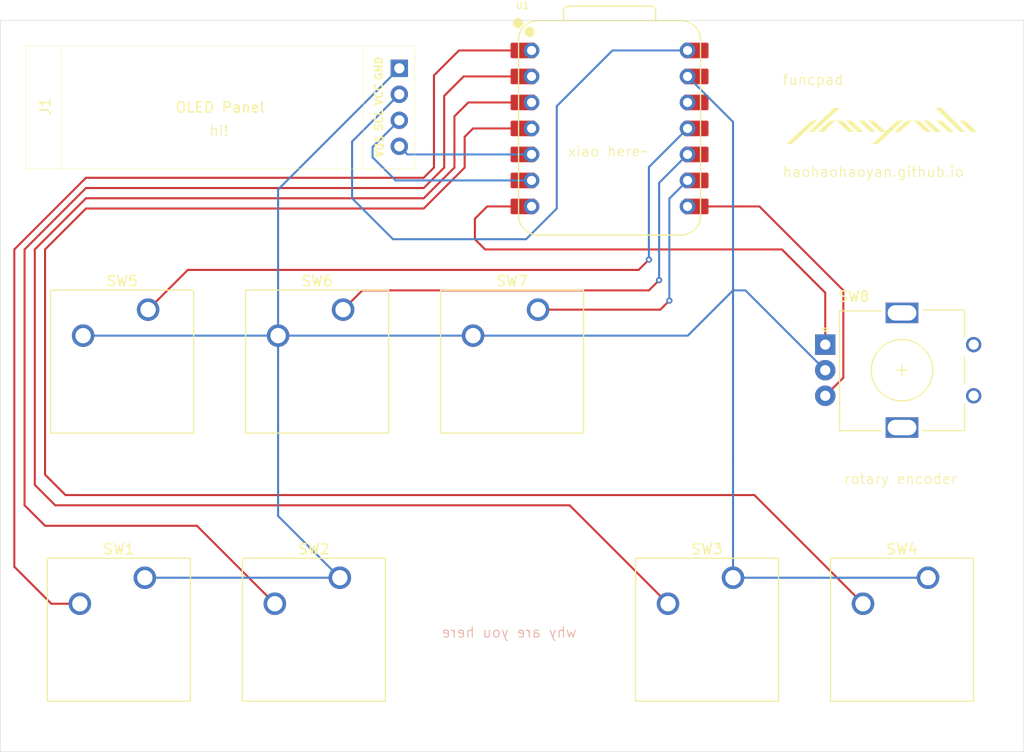
<source format=kicad_pcb>
(kicad_pcb (version 20241229) (generator "pcbnew") (generator_version "9.0")
  (layers (0 "F.Cu" signal) (2 "B.Cu" signal) (13 "F.Paste" user) (15 "B.Paste" user) (5 "F.SilkS" user "F.Silkscreen") (7 "B.SilkS" user "B.Silkscreen") (1 "F.Mask" user) (3 "B.Mask" user) (25 "Edge.Cuts" user))
  (net 0 "")
  (net 1 "Net-(U1-GPIO26{slash}ADC0{slash}A0)")
  (net 2 "GND")
  (net 3 "Net-(U1-GPIO27{slash}ADC1{slash}A1)")
  (net 4 "Net-(U1-GPIO28{slash}ADC2{slash}A2)")
  (net 5 "Net-(U1-GPIO29{slash}ADC3{slash}A3)")
  (net 6 "Net-(U1-GPIO3{slash}MOSI)")
  (net 7 "Net-(U1-GPIO4{slash}MISO)")
  (net 8 "Net-(U1-GPIO2{slash}SCK)")
  (net 9 "Net-(U1-GPIO1{slash}RX)")
  (net 10 "Net-(U1-GPIO0{slash}TX)")
  (net 12 "+5V")
  (net 13 "Net-(J1-SDA)")
  (net 14 "Net-(J1-SCL)")
  (footprint "Rotary_Encoder:RotaryEncoder_Alps_EC11E_Vertical_H20mm" (layer "F.Cu") (at 128.23125 79.3)
    (property "Reference" "SW8" (at 2.8 -4.7 0) (layer "F.SilkS"))
    (property "Value" "RotaryEncoder")
    (fp_line (start -0.3 -1.6) (end 0.3 -1.6) (stroke (width 0.12)) (layer "F.SilkS"))
    (fp_line (start 0 -1.3) (end -0.3 -1.6) (stroke (width 0.12)) (layer "F.SilkS"))
    (fp_line (start 0.3 -1.6) (end 0 -1.3) (stroke (width 0.12)) (layer "F.SilkS"))
    (fp_line (start 1.4 -3.3) (end 1.4 8.4) (stroke (width 0.12)) (layer "F.SilkS"))
    (fp_line (start 5.5 -3.3) (end 1.4 -3.3) (stroke (width 0.12)) (layer "F.SilkS"))
    (fp_line (start 5.5 8.4) (end 1.4 8.4) (stroke (width 0.12)) (layer "F.SilkS"))
    (fp_line (start 7 2.5) (end 8 2.5) (stroke (width 0.12)) (layer "F.SilkS"))
    (fp_line (start 7.5 2) (end 7.5 3) (stroke (width 0.12)) (layer "F.SilkS"))
    (fp_line (start 9.5 -3.4) (end 13.6 -3.4) (stroke (width 0.12)) (layer "F.SilkS"))
    (fp_line (start 13.6 -3.4) (end 13.6 -0.8) (stroke (width 0.12)) (layer "F.SilkS"))
    (fp_line (start 13.6 1.2) (end 13.6 3.8) (stroke (width 0.12)) (layer "F.SilkS"))
    (fp_line (start 13.6 5.8) (end 13.6 8.4) (stroke (width 0.12)) (layer "F.SilkS"))
    (fp_line (start 13.6 8.4) (end 9.5 8.4) (stroke (width 0.12)) (layer "F.SilkS"))
    (fp_circle (center 7.5 2.5) (end 10.5 2.5) (stroke (width 0.12)) (fill no) (layer "F.SilkS"))
    (pad "" thru_hole circle (at 14.5 0) (size 1.5 1.5) (drill 1) (layers "*.Cu" "*.Mask"))
    (pad "" thru_hole circle (at 14.5 5) (size 1.5 1.5) (drill 1) (layers "*.Cu" "*.Mask"))
    (pad "A" thru_hole rect (at 0 0) (size 2 2) (drill 1) (layers "*.Cu" "*.Mask") (net 10 "Net-(U1-GPIO0{slash}TX)"))
    (pad "B" thru_hole circle (at 0 5) (size 2 2) (drill 1) (layers "*.Cu" "*.Mask") (net 9 "Net-(U1-GPIO1{slash}RX)"))
    (pad "C" thru_hole circle (at 0 2.5) (size 2 2) (drill 1) (layers "*.Cu" "*.Mask") (net 2 "GND"))
    (pad "MP" thru_hole rect (at 7.5 -3.1) (size 3.2 2) (drill oval 2.8 1.5) (layers "*.Cu" "*.Mask"))
    (pad "MP" thru_hole rect (at 7.5 8.1) (size 3.2 2) (drill oval 2.8 1.5) (layers "*.Cu" "*.Mask"))
  )
  (footprint "Button_Switch_Keyboard:SW_Cherry_MX_1.00u_PCB" (layer "F.Cu") (at 80.80375 102.07625)
    (property "Reference" "SW2" (at -2.54 -2.794 0) (layer "F.SilkS"))
    (property "Value" "SW_Push")
    (fp_line (start -9.525 -1.905) (end 4.445 -1.905) (stroke (width 0.12)) (layer "F.SilkS"))
    (fp_line (start -9.525 12.065) (end -9.525 -1.905) (stroke (width 0.12)) (layer "F.SilkS"))
    (fp_line (start 4.445 -1.905) (end 4.445 12.065) (stroke (width 0.12)) (layer "F.SilkS"))
    (fp_line (start 4.445 12.065) (end -9.525 12.065) (stroke (width 0.12)) (layer "F.SilkS"))
    (pad "" np_thru_hole circle (at -7.62 5.08) (size 1.7 1.7) (drill 1.7) (layers "*.Cu" "*.Mask"))
    (pad "" np_thru_hole circle (at -2.54 5.08) (size 4 4) (drill 4) (layers "*.Cu" "*.Mask"))
    (pad "" np_thru_hole circle (at 2.54 5.08) (size 1.7 1.7) (drill 1.7) (layers "*.Cu" "*.Mask"))
    (pad "1" thru_hole circle (at 0 0) (size 2.2 2.2) (drill 1.5) (layers "*.Cu" "*.Mask") (net 2 "GND"))
    (pad "2" thru_hole circle (at -6.35 2.54) (size 2.2 2.2) (drill 1.5) (layers "*.Cu" "*.Mask") (net 3 "Net-(U1-GPIO27{slash}ADC1{slash}A1)"))
  )
  (footprint "Button_Switch_Keyboard:SW_Cherry_MX_1.00u_PCB" (layer "F.Cu") (at 62.07125 75.8825)
    (property "Reference" "SW5" (at -2.54 -2.794 0) (layer "F.SilkS"))
    (property "Value" "SW_Push")
    (fp_line (start -9.525 -1.905) (end 4.445 -1.905) (stroke (width 0.12)) (layer "F.SilkS"))
    (fp_line (start -9.525 12.065) (end -9.525 -1.905) (stroke (width 0.12)) (layer "F.SilkS"))
    (fp_line (start 4.445 -1.905) (end 4.445 12.065) (stroke (width 0.12)) (layer "F.SilkS"))
    (fp_line (start 4.445 12.065) (end -9.525 12.065) (stroke (width 0.12)) (layer "F.SilkS"))
    (pad "" np_thru_hole circle (at -7.62 5.08) (size 1.7 1.7) (drill 1.7) (layers "*.Cu" "*.Mask"))
    (pad "" np_thru_hole circle (at -2.54 5.08) (size 4 4) (drill 4) (layers "*.Cu" "*.Mask"))
    (pad "" np_thru_hole circle (at 2.54 5.08) (size 1.7 1.7) (drill 1.7) (layers "*.Cu" "*.Mask"))
    (pad "1" thru_hole circle (at 0 0) (size 2.2 2.2) (drill 1.5) (layers "*.Cu" "*.Mask") (net 6 "Net-(U1-GPIO3{slash}MOSI)"))
    (pad "2" thru_hole circle (at -6.35 2.54) (size 2.2 2.2) (drill 1.5) (layers "*.Cu" "*.Mask") (net 2 "GND"))
  )
  (footprint "Button_Switch_Keyboard:SW_Cherry_MX_1.00u_PCB" (layer "F.Cu") (at 61.75375 102.07625)
    (property "Reference" "SW1" (at -2.54 -2.794 0) (layer "F.SilkS"))
    (property "Value" "SW_Push")
    (fp_line (start -9.525 -1.905) (end 4.445 -1.905) (stroke (width 0.12)) (layer "F.SilkS"))
    (fp_line (start -9.525 12.065) (end -9.525 -1.905) (stroke (width 0.12)) (layer "F.SilkS"))
    (fp_line (start 4.445 -1.905) (end 4.445 12.065) (stroke (width 0.12)) (layer "F.SilkS"))
    (fp_line (start 4.445 12.065) (end -9.525 12.065) (stroke (width 0.12)) (layer "F.SilkS"))
    (pad "" np_thru_hole circle (at -7.62 5.08) (size 1.7 1.7) (drill 1.7) (layers "*.Cu" "*.Mask"))
    (pad "" np_thru_hole circle (at -2.54 5.08) (size 4 4) (drill 4) (layers "*.Cu" "*.Mask"))
    (pad "" np_thru_hole circle (at 2.54 5.08) (size 1.7 1.7) (drill 1.7) (layers "*.Cu" "*.Mask"))
    (pad "1" thru_hole circle (at 0 0) (size 2.2 2.2) (drill 1.5) (layers "*.Cu" "*.Mask") (net 2 "GND"))
    (pad "2" thru_hole circle (at -6.35 2.54) (size 2.2 2.2) (drill 1.5) (layers "*.Cu" "*.Mask") (net 1 "Net-(U1-GPIO26{slash}ADC0{slash}A0)"))
  )
  (footprint "Button_Switch_Keyboard:SW_Cherry_MX_1.00u_PCB" (layer "F.Cu") (at 119.22125 102.07625)
    (property "Reference" "SW3" (at -2.54 -2.794 0) (layer "F.SilkS"))
    (property "Value" "SW_Push")
    (fp_line (start -9.525 -1.905) (end 4.445 -1.905) (stroke (width 0.12)) (layer "F.SilkS"))
    (fp_line (start -9.525 12.065) (end -9.525 -1.905) (stroke (width 0.12)) (layer "F.SilkS"))
    (fp_line (start 4.445 -1.905) (end 4.445 12.065) (stroke (width 0.12)) (layer "F.SilkS"))
    (fp_line (start 4.445 12.065) (end -9.525 12.065) (stroke (width 0.12)) (layer "F.SilkS"))
    (pad "" np_thru_hole circle (at -7.62 5.08) (size 1.7 1.7) (drill 1.7) (layers "*.Cu" "*.Mask"))
    (pad "" np_thru_hole circle (at -2.54 5.08) (size 4 4) (drill 4) (layers "*.Cu" "*.Mask"))
    (pad "" np_thru_hole circle (at 2.54 5.08) (size 1.7 1.7) (drill 1.7) (layers "*.Cu" "*.Mask"))
    (pad "1" thru_hole circle (at 0 0) (size 2.2 2.2) (drill 1.5) (layers "*.Cu" "*.Mask") (net 2 "GND"))
    (pad "2" thru_hole circle (at -6.35 2.54) (size 2.2 2.2) (drill 1.5) (layers "*.Cu" "*.Mask") (net 4 "Net-(U1-GPIO28{slash}ADC2{slash}A2)"))
  )
  (footprint "Button_Switch_Keyboard:SW_Cherry_MX_1.00u_PCB" (layer "F.Cu") (at 100.17125 75.8825)
    (property "Reference" "SW7" (at -2.54 -2.794 0) (layer "F.SilkS"))
    (property "Value" "SW_Push")
    (fp_line (start -9.525 -1.905) (end 4.445 -1.905) (stroke (width 0.12)) (layer "F.SilkS"))
    (fp_line (start -9.525 12.065) (end -9.525 -1.905) (stroke (width 0.12)) (layer "F.SilkS"))
    (fp_line (start 4.445 -1.905) (end 4.445 12.065) (stroke (width 0.12)) (layer "F.SilkS"))
    (fp_line (start 4.445 12.065) (end -9.525 12.065) (stroke (width 0.12)) (layer "F.SilkS"))
    (pad "" np_thru_hole circle (at -7.62 5.08) (size 1.7 1.7) (drill 1.7) (layers "*.Cu" "*.Mask"))
    (pad "" np_thru_hole circle (at -2.54 5.08) (size 4 4) (drill 4) (layers "*.Cu" "*.Mask"))
    (pad "" np_thru_hole circle (at 2.54 5.08) (size 1.7 1.7) (drill 1.7) (layers "*.Cu" "*.Mask"))
    (pad "1" thru_hole circle (at 0 0) (size 2.2 2.2) (drill 1.5) (layers "*.Cu" "*.Mask") (net 8 "Net-(U1-GPIO2{slash}SCK)"))
    (pad "2" thru_hole circle (at -6.35 2.54) (size 2.2 2.2) (drill 1.5) (layers "*.Cu" "*.Mask") (net 2 "GND"))
  )
  (footprint "Button_Switch_Keyboard:SW_Cherry_MX_1.00u_PCB" (layer "F.Cu") (at 81.12125 75.8825)
    (property "Reference" "SW6" (at -2.54 -2.794 0) (layer "F.SilkS"))
    (property "Value" "SW_Push")
    (fp_line (start -9.525 -1.905) (end 4.445 -1.905) (stroke (width 0.12)) (layer "F.SilkS"))
    (fp_line (start -9.525 12.065) (end -9.525 -1.905) (stroke (width 0.12)) (layer "F.SilkS"))
    (fp_line (start 4.445 -1.905) (end 4.445 12.065) (stroke (width 0.12)) (layer "F.SilkS"))
    (fp_line (start 4.445 12.065) (end -9.525 12.065) (stroke (width 0.12)) (layer "F.SilkS"))
    (pad "" np_thru_hole circle (at -7.62 5.08) (size 1.7 1.7) (drill 1.7) (layers "*.Cu" "*.Mask"))
    (pad "" np_thru_hole circle (at -2.54 5.08) (size 4 4) (drill 4) (layers "*.Cu" "*.Mask"))
    (pad "" np_thru_hole circle (at 2.54 5.08) (size 1.7 1.7) (drill 1.7) (layers "*.Cu" "*.Mask"))
    (pad "1" thru_hole circle (at 0 0) (size 2.2 2.2) (drill 1.5) (layers "*.Cu" "*.Mask") (net 7 "Net-(U1-GPIO4{slash}MISO)"))
    (pad "2" thru_hole circle (at -6.35 2.54) (size 2.2 2.2) (drill 1.5) (layers "*.Cu" "*.Mask") (net 2 "GND"))
  )
  (footprint "Seeed Studio XIAO Series Library:XIAO-RP2040-DIP" (layer "F.Cu") (at 107.15625 58.178)
    (property "Reference" "U1" (at -8.5 -12 0) (layer "F.SilkS") (effects (font (size 0.635 0.635) (thickness 0.1016))))
    (property "Value" "XIAO-RP2040-DIP")
    (fp_line (start -8.89 8.509) (end -8.89 -8.636) (stroke (width 0.127)) (layer "F.SilkS"))
    (fp_line (start -6.985 10.414) (end 6.985 10.414) (stroke (width 0.127)) (layer "F.SilkS"))
    (fp_line (start -4.495 -10.541) (end -4.491272 -11.451272) (stroke (width 0.127)) (layer "F.SilkS"))
    (fp_line (start -3.991272 -11.951) (end 4.004 -11.951) (stroke (width 0.127)) (layer "F.SilkS"))
    (fp_line (start 4.504 -11.451) (end 4.504 -10.541) (stroke (width 0.127)) (layer "F.SilkS"))
    (fp_line (start 6.985 -10.541) (end -6.985 -10.541) (stroke (width 0.1)) (layer "F.SilkS"))
    (fp_line (start 6.985 -10.541) (end -6.985 -10.541) (stroke (width 0.127)) (layer "F.SilkS"))
    (fp_line (start 8.89 8.509) (end 8.89 -8.636) (stroke (width 0.127)) (layer "F.SilkS"))
    (fp_arc (start -8.89 -8.636) (mid -8.332038 -9.983038) (end -6.985 -10.541) (stroke (width 0.127)) (layer "F.SilkS"))
    (fp_arc (start -6.985 10.414) (mid -8.332038 9.856038) (end -8.89 8.509) (stroke (width 0.127)) (layer "F.SilkS"))
    (fp_arc (start -4.491272 -11.451272) (mid -4.344728 -11.80464) (end -3.991272 -11.951) (stroke (width 0.127)) (layer "F.SilkS"))
    (fp_arc (start 4.004 -11.951) (mid 4.357553 -11.804553) (end 4.504 -11.451) (stroke (width 0.127)) (layer "F.SilkS"))
    (fp_arc (start 6.985 -10.541) (mid 8.332038 -9.983038) (end 8.89 -8.636) (stroke (width 0.127)) (layer "F.SilkS"))
    (fp_arc (start 8.89 8.509) (mid 8.332038 9.856038) (end 6.985 10.414) (stroke (width 0.127)) (layer "F.SilkS"))
    (fp_circle (center -8.95 -10.3) (end -8.95 -10.554) (stroke (width 0.5)) (fill yes) (layer "F.SilkS"))
    (fp_circle (center -7.807 -9.42) (end -7.807 -9.674) (stroke (width 0.5)) (fill yes) (layer "F.SilkS"))
    (pad "1" smd roundrect (at -8.455 -7.62 180) (size 2.432 1.524) (layers "F.Cu" "F.Mask") (roundrect_rratio 0.1) (net 1 "Net-(U1-GPIO26{slash}ADC0{slash}A0)"))
    (pad "1" thru_hole circle (at -7.62 -7.62 180) (size 1.524 1.524) (drill 0.889) (layers "*.Cu" "*.Mask") (net 1 "Net-(U1-GPIO26{slash}ADC0{slash}A0)"))
    (pad "2" smd roundrect (at -8.455 -5.08 180) (size 2.432 1.524) (layers "F.Cu" "F.Mask") (roundrect_rratio 0.1) (net 3 "Net-(U1-GPIO27{slash}ADC1{slash}A1)"))
    (pad "2" thru_hole circle (at -7.62 -5.08 180) (size 1.524 1.524) (drill 0.889) (layers "*.Cu" "*.Mask") (net 3 "Net-(U1-GPIO27{slash}ADC1{slash}A1)"))
    (pad "3" smd roundrect (at -8.455 -2.54 180) (size 2.432 1.524) (layers "F.Cu" "F.Mask") (roundrect_rratio 0.1) (net 4 "Net-(U1-GPIO28{slash}ADC2{slash}A2)"))
    (pad "3" thru_hole circle (at -7.62 -2.54 180) (size 1.524 1.524) (drill 0.889) (layers "*.Cu" "*.Mask") (net 4 "Net-(U1-GPIO28{slash}ADC2{slash}A2)"))
    (pad "4" smd roundrect (at -8.455 0 180) (size 2.432 1.524) (layers "F.Cu" "F.Mask") (roundrect_rratio 0.1) (net 5 "Net-(U1-GPIO29{slash}ADC3{slash}A3)"))
    (pad "4" thru_hole circle (at -7.62 0 180) (size 1.524 1.524) (drill 0.889) (layers "*.Cu" "*.Mask") (net 5 "Net-(U1-GPIO29{slash}ADC3{slash}A3)"))
    (pad "5" smd roundrect (at -8.455 2.54 180) (size 2.432 1.524) (layers "F.Cu" "F.Mask") (roundrect_rratio 0.1) (net 13 "Net-(J1-SDA)"))
    (pad "5" thru_hole circle (at -7.62 2.54 180) (size 1.524 1.524) (drill 0.889) (layers "*.Cu" "*.Mask") (net 13 "Net-(J1-SDA)"))
    (pad "6" smd roundrect (at -8.455 5.08 180) (size 2.432 1.524) (layers "F.Cu" "F.Mask") (roundrect_rratio 0.1) (net 14 "Net-(J1-SCL)"))
    (pad "6" thru_hole circle (at -7.62 5.08 180) (size 1.524 1.524) (drill 0.889) (layers "*.Cu" "*.Mask") (net 14 "Net-(J1-SCL)"))
    (pad "7" smd roundrect (at -8.455 7.62 180) (size 2.432 1.524) (layers "F.Cu" "F.Mask") (roundrect_rratio 0.1) (net 10 "Net-(U1-GPIO0{slash}TX)"))
    (pad "7" thru_hole circle (at -7.62 7.62 180) (size 1.524 1.524) (drill 0.889) (layers "*.Cu" "*.Mask") (net 10 "Net-(U1-GPIO0{slash}TX)"))
    (pad "8" thru_hole circle (at 7.62 7.62) (size 1.524 1.524) (drill 0.889) (layers "*.Cu" "*.Mask") (net 9 "Net-(U1-GPIO1{slash}RX)"))
    (pad "8" smd roundrect (at 8.455 7.62) (size 2.432 1.524) (layers "F.Cu" "F.Mask") (roundrect_rratio 0.1) (net 9 "Net-(U1-GPIO1{slash}RX)"))
    (pad "9" thru_hole circle (at 7.62 5.08) (size 1.524 1.524) (drill 0.889) (layers "*.Cu" "*.Mask") (net 8 "Net-(U1-GPIO2{slash}SCK)"))
    (pad "9" smd roundrect (at 8.455 5.08) (size 2.432 1.524) (layers "F.Cu" "F.Mask") (roundrect_rratio 0.1) (net 8 "Net-(U1-GPIO2{slash}SCK)"))
    (pad "10" thru_hole circle (at 7.62 2.54) (size 1.524 1.524) (drill 0.889) (layers "*.Cu" "*.Mask") (net 7 "Net-(U1-GPIO4{slash}MISO)"))
    (pad "10" smd roundrect (at 8.455 2.54) (size 2.432 1.524) (layers "F.Cu" "F.Mask") (roundrect_rratio 0.1) (net 7 "Net-(U1-GPIO4{slash}MISO)"))
    (pad "11" thru_hole circle (at 7.62 0) (size 1.524 1.524) (drill 0.889) (layers "*.Cu" "*.Mask") (net 6 "Net-(U1-GPIO3{slash}MOSI)"))
    (pad "11" smd roundrect (at 8.455 0) (size 2.432 1.524) (layers "F.Cu" "F.Mask") (roundrect_rratio 0.1) (net 6 "Net-(U1-GPIO3{slash}MOSI)"))
    (pad "12" thru_hole circle (at 7.62 -2.54) (size 1.524 1.524) (drill 0.889) (layers "*.Cu" "*.Mask"))
    (pad "12" smd roundrect (at 8.455 -2.54) (size 2.432 1.524) (layers "F.Cu" "F.Mask") (roundrect_rratio 0.1))
    (pad "13" thru_hole circle (at 7.62 -5.08) (size 1.524 1.524) (drill 0.889) (layers "*.Cu" "*.Mask") (net 2 "GND"))
    (pad "13" smd roundrect (at 8.455 -5.08) (size 2.432 1.524) (layers "F.Cu" "F.Mask") (roundrect_rratio 0.1) (net 2 "GND"))
    (pad "14" thru_hole circle (at 7.62 -7.62) (size 1.524 1.524) (drill 0.889) (layers "*.Cu" "*.Mask") (net 12 "+5V"))
    (pad "14" smd roundrect (at 8.455 -7.62) (size 2.432 1.524) (layers "F.Cu" "F.Mask") (roundrect_rratio 0.1) (net 12 "+5V"))
  )
  (footprint "LOGO" (layer "F.Cu") (at 134 58)
    (property "Reference" "G***" (hide yes))
    (property "Value" "LOGO" (hide yes))
    (fp_poly (pts (xy 6.74965 -0.654983) (xy 7.926241 0.521765) (xy 7.648706 0.521765) (xy 7.371171 0.521765) (xy 6.19458 -0.654983) (xy 5.017989 -1.831732) (xy 5.295524 -1.831732) (xy 5.573059 -1.831732)) (fill yes) (layer "F.SilkS"))
    (fp_poly (pts (xy 8.385613 -0.128341) (xy 8.513863 -0.007593) (xy 8.6366 0.107743) (xy 8.748723 0.212888) (xy 8.845128 0.303064) (xy 8.920712 0.373493) (xy 8.970371 0.419396) (xy 8.978059 0.426408) (xy 9.080944 0.519775) (xy 8.792307 0.519475) (xy 8.503671 0.519176) (xy 7.92108 -0.029049) (xy 7.338489 -0.577274) (xy 7.617271 -0.583499) (xy 7.896053 -0.589724)) (fill yes) (layer "F.SilkS"))
    (fp_poly (pts (xy -5.02259 -0.583495) (xy -4.747797 -0.577274) (xy -5.332266 -0.027754) (xy -5.916735 0.521765) (xy -6.199183 0.521765) (xy -6.315736 0.521124) (xy -6.39358 0.51875) (xy -6.438398 0.513963) (xy -6.455876 0.506085) (xy -6.451697 0.494437) (xy -6.44912 0.491921) (xy -6.425704 0.470082) (xy -6.373906 0.421558) (xy -6.2977 0.350077) (xy -6.201059 0.259369) (xy -6.087955 0.153162) (xy -5.962361 0.035185) (xy -5.856996 -0.06382) (xy -5.297383 -0.589717)) (fill yes) (layer "F.SilkS"))
    (fp_poly (pts (xy -4.621971 -1.826845) (xy -4.347932 -1.82063) (xy -5.589784 -0.654983) (xy -6.831636 0.510663) (xy -7.095932 0.516898) (xy -7.201593 0.517788) (xy -7.286108 0.51538) (xy -7.341591 0.510092) (xy -7.360228 0.502842) (xy -7.344433 0.484761) (xy -7.298708 0.438714) (xy -7.225542 0.367082) (xy -7.127425 0.272245) (xy -7.006845 0.156582) (xy -6.866291 0.022474) (xy -6.708254 -0.127699) (xy -6.535221 -0.291558) (xy -6.349682 -0.466721) (xy -6.154127 -0.65081) (xy -6.128119 -0.675254) (xy -4.89601 -1.833061)) (fill yes) (layer "F.SilkS"))
    (fp_poly (pts (xy -3.522024 -0.042892) (xy -3.388535 0.082878) (xy -3.265875 0.198942) (xy -3.157668 0.301831) (xy -3.067542 0.388076) (xy -2.999123 0.454207) (xy -2.956036 0.496756) (xy -2.941871 0.512178) (xy -2.96266 0.515839) (xy -3.019373 0.518855) (xy -3.103531 0.520928) (xy -3.206655 0.521761) (xy -3.214679 0.521765) (xy -3.487487 0.521765) (xy -3.964023 0.076114) (xy -4.091588 -0.043385) (xy -4.214146 -0.158567) (xy -4.32634 -0.264372) (xy -4.422815 -0.355736) (xy -4.498216 -0.427598) (xy -4.547185 -0.474896) (xy -4.551309 -0.478956) (xy -4.662059 -0.588375) (xy -4.382118 -0.588375) (xy -4.102178 -0.588375)) (fill yes) (layer "F.SilkS"))
    (fp_poly (pts (xy -2.636059 -0.052023) (xy -2.502626 0.073239) (xy -2.379068 0.189175) (xy -2.269213 0.292195) (xy -2.176889 0.378712) (xy -2.105925 0.445139) (xy -2.060149 0.487887) (xy -2.043768 0.503047) (xy -2.056467 0.509933) (xy -2.106096 0.515599) (xy -2.185187 0.519535) (xy -2.286269 0.521229) (xy -2.310201 0.521252) (xy -2.597728 0.520738) (xy -3.119493 0.031395) (xy -3.249618 -0.09074) (xy -3.372064 -0.205851) (xy -3.482334 -0.309695) (xy -3.57593 -0.39803) (xy -3.648354 -0.466613) (xy -3.695109 -0.511203) (xy -3.707441 -0.523161) (xy -3.773622 -0.588375) (xy -3.49044 -0.588375) (xy -3.207258 -0.588375)) (fill yes) (layer "F.SilkS"))
    (fp_poly (pts (xy 2.652729 -0.534176) (xy 2.623476 -0.506093) (xy 2.566148 -0.451709) (xy 2.485063 -0.375098) (xy 2.38454 -0.280331) (xy 2.268898 -0.171482) (xy 2.142455 -0.052623) (xy 2.06486 0.020245) (xy 1.531993 0.520467) (xy 1.307133 0.521116) (xy 1.191481 0.519378) (xy 1.114352 0.512926) (xy 1.070048 0.501088) (xy 1.057271 0.49164) (xy 1.056418 0.477617) (xy 1.070833 0.452129) (xy 1.103104 0.412494) (xy 1.155819 0.356026) (xy 1.231567 0.28004) (xy 1.332937 0.181854) (xy 1.462518 0.058782) (xy 1.592537 -0.06343) (xy 2.152803 -0.588375) (xy 2.430267 -0.588375) (xy 2.707732 -0.588375)) (fill yes) (layer "F.SilkS"))
    (fp_poly (pts (xy 3.155836 -0.587527) (xy 3.441433 -0.58668) (xy 3.996503 -0.064692) (xy 4.128618 0.059596) (xy 4.251376 0.175171) (xy 4.360782 0.278266) (xy 4.452845 0.365116) (xy 4.523572 0.431954) (xy 4.56897 0.475016) (xy 4.584084 0.48953) (xy 4.592645 0.502716) (xy 4.583085 0.511712) (xy 4.549499 0.517237) (xy 4.485981 0.520011) (xy 4.386626 0.520751) (xy 4.328752 0.520612) (xy 4.040909 0.51946) (xy 3.663461 0.16124) (xy 3.540679 0.044786) (xy 3.414239 -0.075007) (xy 3.292535 -0.190195) (xy 3.183961 -0.292835) (xy 3.096911 -0.374984) (xy 3.078126 -0.392678) (xy 2.870239 -0.588375)) (fill yes) (layer "F.SilkS"))
    (fp_poly (pts (xy 4.829932 -0.142724) (xy 4.957496 -0.023226) (xy 5.080054 0.091957) (xy 5.192248 0.197761) (xy 5.288724 0.289126) (xy 5.364124 0.360988) (xy 5.413093 0.408286) (xy 5.417218 0.412346) (xy 5.527968 0.521765) (xy 5.248027 0.521765) (xy 4.968086 0.521765) (xy 4.387933 -0.023719) (xy 4.254444 -0.149488) (xy 4.131783 -0.265552) (xy 4.023577 -0.368441) (xy 3.933451 -0.454686) (xy 3.865032 -0.520817) (xy 3.821945 -0.563366) (xy 3.807779 -0.578788) (xy 3.828568 -0.582449) (xy 3.885282 -0.585465) (xy 3.96944 -0.587538) (xy 4.072563 -0.588371) (xy 4.080587 -0.588375) (xy 4.353395 -0.588375)) (fill yes) (layer "F.SilkS"))
    (fp_poly (pts (xy 6.203914 -0.043112) (xy 6.337228 0.082689) (xy 6.459718 0.198785) (xy 6.567759 0.301701) (xy 6.657724 0.387959) (xy 6.725988 0.454086) (xy 6.768925 0.496604) (xy 6.782954 0.511958) (xy 6.762167 0.515708) (xy 6.705468 0.518796) (xy 6.621348 0.520915) (xy 6.5183 0.521761) (xy 6.51092 0.521765) (xy 6.238885 0.521765) (xy 5.750474 0.065007) (xy 5.62221 -0.055117) (xy 5.499682 -0.170189) (xy 5.388006 -0.275382) (xy 5.292297 -0.365867) (xy 5.217672 -0.436814) (xy 5.169245 -0.483395) (xy 5.162442 -0.490063) (xy 5.062822 -0.588375) (xy 5.343848 -0.588375) (xy 5.624875 -0.588375)) (fill yes) (layer "F.SilkS"))
    (fp_poly (pts (xy -1.391255 -0.042704) (xy -1.257659 0.083053) (xy -1.134894 0.199101) (xy -1.026586 0.301975) (xy -0.93636 0.38821) (xy -0.867842 0.454342) (xy -0.824659 0.496906) (xy -0.810402 0.512366) (xy -0.831193 0.51595) (xy -0.887921 0.518904) (xy -0.97212 0.520938) (xy -1.07532 0.52176) (xy -1.084021 0.521765) (xy -1.357639 0.521765) (xy -1.938828 -0.024013) (xy -2.072475 -0.149765) (xy -2.195289 -0.265807) (xy -2.303646 -0.368674) (xy -2.39392 -0.454905) (xy -2.462485 -0.521036) (xy -2.505716 -0.563605) (xy -2.520018 -0.579083) (xy -2.499226 -0.582624) (xy -2.442492 -0.585544) (xy -2.358277 -0.587555) (xy -2.255044 -0.58837) (xy -2.246063 -0.588375) (xy -1.972108 -0.588375)) (fill yes) (layer "F.SilkS"))
    (fp_poly (pts (xy -6.672233 -0.491261) (xy -6.705165 -0.459754) (xy -6.767566 -0.400645) (xy -6.856501 -0.316693) (xy -6.969038 -0.21066) (xy -7.102242 -0.085307) (xy -7.253178 0.056608) (xy -7.418914 0.212323) (xy -7.596514 0.379078) (xy -7.783045 0.554112) (xy -7.887605 0.652183) (xy -9.003357 1.698513) (xy -9.27158 1.698513) (xy -9.373943 1.697062) (xy -9.457043 1.693105) (xy -9.512641 1.687238) (xy -9.532497 1.680057) (xy -9.532401 1.679666) (xy -9.515393 1.66178) (xy -9.468511 1.61596) (xy -9.3943 1.544619) (xy -9.295304 1.450169) (xy -9.174067 1.335023) (xy -9.033135 1.201594) (xy -8.875051 1.052294) (xy -8.702361 0.889536) (xy -8.517608 0.715732) (xy -8.326457 0.536222) (xy -7.127913 -0.588375) (xy -6.850263 -0.588375) (xy -6.572613 -0.588375)) (fill yes) (layer "F.SilkS"))
    (fp_poly (pts (xy 1.654134 -0.587788) (xy 1.731397 -0.585537) (xy 1.775985 -0.580884) (xy 1.793759 -0.573093) (xy 1.790578 -0.561427) (xy 1.786532 -0.557174) (xy 1.76536 -0.537206) (xy 1.714419 -0.489334) (xy 1.636337 -0.416022) (xy 1.533741 -0.319735) (xy 1.409259 -0.202939) (xy 1.265518 -0.068098) (xy 1.105146 0.082323) (xy 0.930769 0.245857) (xy 0.745017 0.420042) (xy 0.567731 0.58627) (xy -0.61856 1.698513) (xy -0.897654 1.697998) (xy -1.176749 1.697484) (xy -1.076836 1.603435) (xy -1.035875 1.564908) (xy -0.967416 1.500551) (xy -0.876325 1.414937) (xy -0.767469 1.312639) (xy -0.645714 1.198231) (xy -0.515926 1.076287) (xy -0.457213 1.021126) (xy 0.062497 0.532866) (xy -0.180892 0.521765) (xy -0.424281 0.510663) (xy -1.00034 -0.031597) (xy -1.13365 -0.157046) (xy -1.256569 -0.272642) (xy -1.365396 -0.374909) (xy -1.456427 -0.46037) (xy -1.52596 -0.525549) (xy -1.570294 -0.566971) (xy -1.58565 -0.581116) (xy -1.56841 -0.583766) (xy -1.514684 -0.585876) (xy -1.432391 -0.587257) (xy -1.329449 -0.587722) (xy -1.308115 -0.587691) (xy -1.021329 -0.587007) (xy -0.654983 -0.242378) (xy -0.533495 -0.12823) (xy -0.408247 -0.010792) (xy -0.287872 0.101857) (xy -0.181002 0.201642) (xy -0.096271 0.280484) (xy -0.084143 0.29173) (xy 0.12035 0.481207) (xy 0.688989 -0.053584) (xy 1.257628 -0.588375) (xy 1.538336 -0.588375)) (fill yes) (layer "F.SilkS"))
  )
  (footprint "KiCad-SSD1306-0.91-OLED-4pin-128x32:SSD1306-0.91-OLED-4pin-128x32" (layer "F.Cu") (at 50.115 50.115)
    (property "Reference" "J1" (at 1.9 5.91 90) (layer "F.SilkS"))
    (property "Value" "Conn_01x04" (hide yes))
    (fp_line (start 0 0) (end 0 12) (stroke (width 0.04)) (layer "F.SilkS"))
    (fp_line (start 0 12) (end 38 12) (stroke (width 0.04)) (layer "F.SilkS"))
    (fp_line (start 3.5 0) (end 3.5 12) (stroke (width 0.04)) (layer "F.SilkS"))
    (fp_line (start 33 0) (end 33 12) (stroke (width 0.04)) (layer "F.SilkS"))
    (fp_line (start 38 0) (end 0 0) (stroke (width 0.04)) (layer "F.SilkS"))
    (fp_line (start 38 12) (end 38 0) (stroke (width 0.04)) (layer "F.SilkS"))
    (fp_text user "GND" (at 34.5 2.19 270) (layer "F.SilkS") (effects (font (size 0.75 0.75))))
    (fp_text user "OLED Panel" (at 19 6 0) (layer "F.SilkS"))
    (fp_text user "SCL" (at 34.5 7.27 270) (layer "F.SilkS") (effects (font (size 0.75 0.75))))
    (fp_text user "VCC" (at 34.5 4.73 270) (layer "F.SilkS") (effects (font (size 0.75 0.75))))
    (pad "1" thru_hole rect (at 36.5 2.19) (size 1.7 1.7) (drill 1) (layers "*.Cu" "*.Mask") (net 2 "GND"))
    (pad "2" thru_hole oval (at 36.5 4.73) (size 1.7 1.7) (drill 1) (layers "*.Cu" "*.Mask") (net 12 "+5V"))
    (pad "3" thru_hole oval (at 36.5 7.27) (size 1.7 1.7) (drill 1) (layers "*.Cu" "*.Mask") (net 14 "Net-(J1-SCL)"))
    (pad "4" thru_hole oval (at 36.5 9.81) (size 1.7 1.7) (drill 1) (layers "*.Cu" "*.Mask") (net 13 "Net-(J1-SDA)"))
  )
  (footprint "Button_Switch_Keyboard:SW_Cherry_MX_1.00u_PCB" (layer "F.Cu") (at 138.27125 102.07625)
    (property "Reference" "SW4" (at -2.54 -2.794 0) (layer "F.SilkS"))
    (property "Value" "SW_Push")
    (fp_line (start -9.525 -1.905) (end 4.445 -1.905) (stroke (width 0.12)) (layer "F.SilkS"))
    (fp_line (start -9.525 12.065) (end -9.525 -1.905) (stroke (width 0.12)) (layer "F.SilkS"))
    (fp_line (start 4.445 -1.905) (end 4.445 12.065) (stroke (width 0.12)) (layer "F.SilkS"))
    (fp_line (start 4.445 12.065) (end -9.525 12.065) (stroke (width 0.12)) (layer "F.SilkS"))
    (pad "" np_thru_hole circle (at -7.62 5.08) (size 1.7 1.7) (drill 1.7) (layers "*.Cu" "*.Mask"))
    (pad "" np_thru_hole circle (at -2.54 5.08) (size 4 4) (drill 4) (layers "*.Cu" "*.Mask"))
    (pad "" np_thru_hole circle (at 2.54 5.08) (size 1.7 1.7) (drill 1.7) (layers "*.Cu" "*.Mask"))
    (pad "1" thru_hole circle (at 0 0) (size 2.2 2.2) (drill 1.5) (layers "*.Cu" "*.Mask") (net 2 "GND"))
    (pad "2" thru_hole circle (at -6.35 2.54) (size 2.2 2.2) (drill 1.5) (layers "*.Cu" "*.Mask") (net 5 "Net-(U1-GPIO29{slash}ADC3{slash}A3)"))
  )
  (gr_rect (start 47.625 47.625) (end 147.6375 119.0625) (stroke (width 0.05)) (fill no) (layer "Edge.Cuts"))
  (gr_text "xiao here~" (at 103 61 0) (layer "F.SilkS") (effects (font (size 1 1) (thickness 0.1)) (justify left bottom)))
  (gr_text "rotary encoder" (at 130 93 0) (layer "F.SilkS") (effects (font (size 1 1) (thickness 0.1)) (justify left bottom)))
  (gr_text "funcpad\n" (at 124 54 0) (layer "F.SilkS") (effects (font (size 1 1) (thickness 0.1)) (justify left bottom)))
  (gr_text "haohaohaoyan.github.io" (at 124 63 0) (layer "F.SilkS") (effects (font (size 1 1) (thickness 0.1)) (justify left bottom)))
  (gr_text "hi!" (at 68 59 0) (layer "F.SilkS") (effects (font (size 1 1) (thickness 0.1)) (justify left bottom)))
  (gr_text "SDA" (at 84.615 59.925 270) (layer "F.SilkS") (effects (font (size 0.75 0.75))))
  (gr_text "why are you here" (at 104 108 0) (layer "B.SilkS") (effects (font (size 1 1) (thickness 0.1)) (justify left bottom mirror)))
  (segment (start 49 70) (end 56 63) (width 0.2) (layer "F.Cu") (net 1))
  (segment (start 92.442 50.558) (end 99.53625 50.558) (width 0.2) (layer "F.Cu") (net 1))
  (segment (start 55.40375 104.61625) (end 52.61625 104.61625) (width 0.2) (layer "F.Cu") (net 1))
  (segment (start 49 101) (end 49 70) (width 0.2) (layer "F.Cu") (net 1))
  (segment (start 56 63) (end 89 63) (width 0.2) (layer "F.Cu") (net 1))
  (segment (start 90 53) (end 92.442 50.558) (width 0.2) (layer "F.Cu") (net 1))
  (segment (start 90 62) (end 90 53) (width 0.2) (layer "F.Cu") (net 1))
  (segment (start 52.61625 104.61625) (end 49 101) (width 0.2) (layer "F.Cu") (net 1))
  (segment (start 89 63) (end 90 62) (width 0.2) (layer "F.Cu") (net 1))
  (segment (start 80.80375 102.07625) (end 61.75375 102.07625) (width 0.2) (layer "B.Cu") (net 2))
  (segment (start 138.27125 102.07625) (end 119.22125 102.07625) (width 0.2) (layer "B.Cu") (net 2))
  (segment (start 74.77125 78.4225) (end 74.77125 96.04375) (width 0.2) (layer "B.Cu") (net 2))
  (segment (start 119.22125 102.07625) (end 119.22125 90.81) (width 0.2) (layer "B.Cu") (net 2))
  (segment (start 93.82125 78.4225) (end 114.79875 78.4225) (width 0.2) (layer "B.Cu") (net 2))
  (segment (start 74.77125 78.4225) (end 74.77125 64.14875) (width 0.2) (layer "B.Cu") (net 2))
  (segment (start 114.77625 53.098) (end 119.22125 57.543) (width 0.2) (layer "B.Cu") (net 2))
  (segment (start 120.43125 74) (end 119.22125 74) (width 0.2) (layer "B.Cu") (net 2))
  (segment (start 114.79875 78.4225) (end 119.22125 74) (width 0.2) (layer "B.Cu") (net 2))
  (segment (start 119.22125 57.543) (end 119.22125 74) (width 0.2) (layer "B.Cu") (net 2))
  (segment (start 119.22125 74) (end 119.22125 90.81) (width 0.2) (layer "B.Cu") (net 2))
  (segment (start 74.77125 64.14875) (end 86.615 52.305) (width 0.2) (layer "B.Cu") (net 2))
  (segment (start 93.82125 78.4225) (end 74.77125 78.4225) (width 0.2) (layer "B.Cu") (net 2))
  (segment (start 55.72125 78.4225) (end 74.77125 78.4225) (width 0.2) (layer "B.Cu") (net 2))
  (segment (start 74.77125 96.04375) (end 80.80375 102.07625) (width 0.2) (layer "B.Cu") (net 2))
  (segment (start 128.23125 81.8) (end 120.43125 74) (width 0.2) (layer "B.Cu") (net 2))
  (segment (start 91 62) (end 91 55) (width 0.2) (layer "F.Cu") (net 3))
  (segment (start 91 55) (end 92.902 53.098) (width 0.2) (layer "F.Cu") (net 3))
  (segment (start 50 70) (end 56 64) (width 0.2) (layer "F.Cu") (net 3))
  (segment (start 52 97) (end 50 95) (width 0.2) (layer "F.Cu") (net 3))
  (segment (start 50 95) (end 50 70) (width 0.2) (layer "F.Cu") (net 3))
  (segment (start 89 64) (end 91 62) (width 0.2) (layer "F.Cu") (net 3))
  (segment (start 92.902 53.098) (end 99.53625 53.098) (width 0.2) (layer "F.Cu") (net 3))
  (segment (start 66.8375 97) (end 52 97) (width 0.2) (layer "F.Cu") (net 3))
  (segment (start 74.45375 104.61625) (end 66.8375 97) (width 0.2) (layer "F.Cu") (net 3))
  (segment (start 56 64) (end 89 64) (width 0.2) (layer "F.Cu") (net 3))
  (segment (start 92 57) (end 93.362 55.638) (width 0.2) (layer "F.Cu") (net 4))
  (segment (start 112.87125 104.61625) (end 103.255 95) (width 0.2) (layer "F.Cu") (net 4))
  (segment (start 92 62) (end 92 57) (width 0.2) (layer "F.Cu") (net 4))
  (segment (start 103.255 95) (end 53 95) (width 0.2) (layer "F.Cu") (net 4))
  (segment (start 56 65) (end 89 65) (width 0.2) (layer "F.Cu") (net 4))
  (segment (start 51 93) (end 51 70) (width 0.2) (layer "F.Cu") (net 4))
  (segment (start 53 95) (end 51 93) (width 0.2) (layer "F.Cu") (net 4))
  (segment (start 51 70) (end 56 65) (width 0.2) (layer "F.Cu") (net 4))
  (segment (start 89 65) (end 92 62) (width 0.2) (layer "F.Cu") (net 4))
  (segment (start 93.362 55.638) (end 99.53625 55.638) (width 0.2) (layer "F.Cu") (net 4))
  (segment (start 89 66) (end 93 62) (width 0.2) (layer "F.Cu") (net 5))
  (segment (start 93 59) (end 93.822 58.178) (width 0.2) (layer "F.Cu") (net 5))
  (segment (start 52 70) (end 56 66) (width 0.2) (layer "F.Cu") (net 5))
  (segment (start 56 66) (end 89 66) (width 0.2) (layer "F.Cu") (net 5))
  (segment (start 93 62) (end 93 59) (width 0.2) (layer "F.Cu") (net 5))
  (segment (start 93.822 58.178) (end 99.53625 58.178) (width 0.2) (layer "F.Cu") (net 5))
  (segment (start 52 92) (end 52 70) (width 0.2) (layer "F.Cu") (net 5))
  (segment (start 54 94) (end 52 92) (width 0.2) (layer "F.Cu") (net 5))
  (segment (start 121.305 94) (end 54 94) (width 0.2) (layer "F.Cu") (net 5))
  (segment (start 131.92125 104.61625) (end 121.305 94) (width 0.2) (layer "F.Cu") (net 5))
  (segment (start 110 72) (end 111 71) (width 0.2) (layer "F.Cu") (net 6))
  (segment (start 62.07125 75.8825) (end 65.95375 72) (width 0.2) (layer "F.Cu") (net 6))
  (segment (start 65.95375 72) (end 110 72) (width 0.2) (layer "F.Cu") (net 6))
  (via (at 111 71) (size 0.6) (drill 0.3) (layers "F.Cu" "B.Cu") (net 6))
  (segment (start 111 61.95425) (end 114.77625 58.178) (width 0.2) (layer "B.Cu") (net 6))
  (segment (start 111 71) (end 111 61.95425) (width 0.2) (layer "B.Cu") (net 6))
  (segment (start 111 74) (end 112 73) (width 0.2) (layer "F.Cu") (net 7))
  (segment (start 83 74) (end 111 74) (width 0.2) (layer "F.Cu") (net 7))
  (segment (start 81.12125 75.8825) (end 83 74.00375) (width 0.2) (layer "F.Cu") (net 7))
  (segment (start 83 74.00375) (end 83 74) (width 0.2) (layer "F.Cu") (net 7))
  (via (at 112 73) (size 0.6) (drill 0.3) (layers "F.Cu" "B.Cu") (net 7))
  (segment (start 112 73) (end 112 63.49425) (width 0.2) (layer "B.Cu") (net 7))
  (segment (start 112 63.49425) (end 114.77625 60.718) (width 0.2) (layer "B.Cu") (net 7))
  (segment (start 112.1175 75.8825) (end 113 75) (width 0.2) (layer "F.Cu") (net 8))
  (segment (start 100.17125 75.8825) (end 112.1175 75.8825) (width 0.2) (layer "F.Cu") (net 8))
  (via (at 113 75) (size 0.6) (drill 0.3) (layers "F.Cu" "B.Cu") (net 8))
  (segment (start 113 65.03425) (end 114.77625 63.258) (width 0.2) (layer "B.Cu") (net 8))
  (segment (start 113 75) (end 113 65.03425) (width 0.2) (layer "B.Cu") (net 8))
  (segment (start 130 74) (end 121.798 65.798) (width 0.2) (layer "F.Cu") (net 9))
  (segment (start 130 82.53125) (end 130 74) (width 0.2) (layer "F.Cu") (net 9))
  (segment (start 128.23125 84.3) (end 130 82.53125) (width 0.2) (layer "F.Cu") (net 9))
  (segment (start 121.798 65.798) (end 114.77625 65.798) (width 0.2) (layer "F.Cu") (net 9))
  (segment (start 124 70) (end 95 70) (width 0.2) (layer "F.Cu") (net 10))
  (segment (start 94 69) (end 94 67) (width 0.2) (layer "F.Cu") (net 10))
  (segment (start 128.23125 74.23125) (end 124 70) (width 0.2) (layer "F.Cu") (net 10))
  (segment (start 94 67) (end 95.202 65.798) (width 0.2) (layer "F.Cu") (net 10))
  (segment (start 95 70) (end 94 69) (width 0.2) (layer "F.Cu") (net 10))
  (segment (start 95.202 65.798) (end 99.53625 65.798) (width 0.2) (layer "F.Cu") (net 10))
  (segment (start 128.23125 79.3) (end 128.23125 74.23125) (width 0.2) (layer "F.Cu") (net 10))
  (segment (start 102 66) (end 99 69) (width 0.2) (layer "B.Cu") (net 12))
  (segment (start 82 59.46) (end 86.615 54.845) (width 0.2) (layer "B.Cu") (net 12))
  (segment (start 86 69) (end 82 65) (width 0.2) (layer "B.Cu") (net 12))
  (segment (start 82 65) (end 82 59.46) (width 0.2) (layer "B.Cu") (net 12))
  (segment (start 102 56) (end 102 66) (width 0.2) (layer "B.Cu") (net 12))
  (segment (start 114.77625 50.558) (end 107.442 50.558) (width 0.2) (layer "B.Cu") (net 12))
  (segment (start 99 69) (end 86 69) (width 0.2) (layer "B.Cu") (net 12))
  (segment (start 107.442 50.558) (end 102 56) (width 0.2) (layer "B.Cu") (net 12))
  (segment (start 99.53625 60.718) (end 87.408 60.718) (width 0.2) (layer "B.Cu") (net 13))
  (segment (start 87.408 60.718) (end 86.615 59.925) (width 0.2) (layer "B.Cu") (net 13))
  (segment (start 84 61) (end 84 60) (width 0.2) (layer "B.Cu") (net 14))
  (segment (start 84 60) (end 86.615 57.385) (width 0.2) (layer "B.Cu") (net 14))
  (segment (start 99.53625 63.258) (end 86.258 63.258) (width 0.2) (layer "B.Cu") (net 14))
  (segment (start 86.258 63.258) (end 84 61) (width 0.2) (layer "B.Cu") (net 14))
)
</source>
